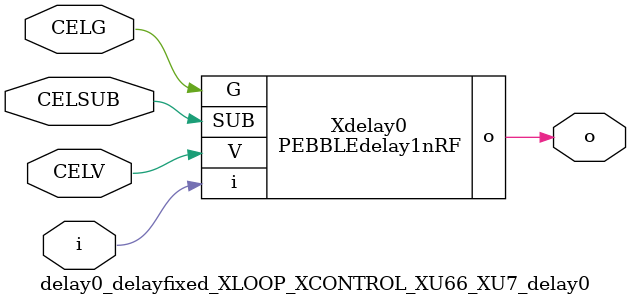
<source format=v>



module PEBBLEdelay1nRF ( o, V, G, i, SUB );

  input V;
  input i;
  input G;
  output o;
  input SUB;
endmodule

//Celera Confidential Do Not Copy delay0_delayfixed_XLOOP_XCONTROL_XU66_XU7_delay0
//TYPE: fixed 1ns
module delay0_delayfixed_XLOOP_XCONTROL_XU66_XU7_delay0 (i, CELV, o,
CELG,CELSUB);
input CELV;
input i;
output o;
input CELSUB;
input CELG;

//Celera Confidential Do Not Copy delayfast0
PEBBLEdelay1nRF Xdelay0(
.V (CELV),
.i (i),
.o (o),
.G (CELG),
.SUB (CELSUB)
);
//,diesize,PEBBLEdelay1nRF

//Celera Confidential Do Not Copy Module End
//Celera Schematic Generator
endmodule

</source>
